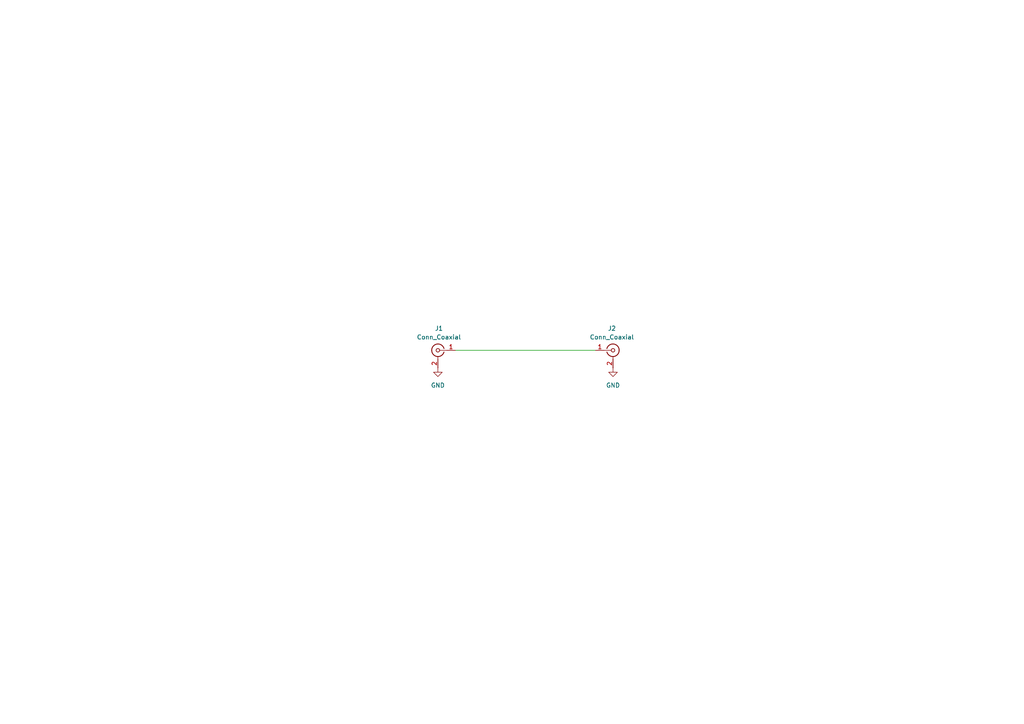
<source format=kicad_sch>
(kicad_sch (version 20231120) (generator "eeschema") (generator_version "8.0")
  (paper "A4")
  (lib_symbols
    (symbol "Connector:Conn_Coaxial" (pin_names (offset 1.016) hide)
      (property "Reference" "J" (at 0.254 3.048 0))
      (property "Value" "Conn_Coaxial" (at 2.921 0 90))
      (symbol "Conn_Coaxial_0_1"
        (arc (start -1.778 -0.508) (mid 0.2311 -1.8066) (end 1.778 0) (stroke (width 0.254)))
        (polyline (pts (xy -2.54 0) (xy -0.508 0)))
        (polyline (pts (xy 0 -2.54) (xy 0 -1.778)))
        (circle (center 0 0) (radius 0.508) (stroke (width 0.2032)))
        (arc (start 1.778 0) (mid 0.2099 1.8101) (end -1.778 0.508) (stroke (width 0.254)))
      )
      (symbol "Conn_Coaxial_1_1"
        (pin passive line (at -5.08 0 0) (length 2.54) (name "In") (number "1"))
        (pin passive line (at 0 -5.08 90) (length 2.54) (name "Ext") (number "2"))
      )
    )
    (symbol "power:GND" (power) (pin_numbers hide) (pin_names (offset 0) hide)
      (property "Value" "GND" (at 0 -3.81 0))
      (symbol "GND_0_1"
        (polyline (pts (xy 0 0) (xy 0 -1.27) (xy 1.27 -1.27) (xy 0 -2.54) (xy -1.27 -1.27) (xy 0 -1.27)))
      )
      (symbol "GND_1_1"
        (pin power_in line (at 0 0 270) (length 0) (name "~") (number "1"))
      )
    )
  )
  (wire (pts (xy 132.08 101.6) (xy 172.72 101.6)))
  (symbol (lib_id "power:GND") (at 177.8 106.68 0) (unit 1)
    (property "Reference" "#PWR01" (effects (hide yes)))
    (property "Value" "GND" (at 177.8 111.76 0))
    (property "Description" "Power symbol creates a global label with name \"GND\" , ground" (effects (hide yes)))
  )
  (symbol (lib_id "Connector:Conn_Coaxial") (at 127 101.6 0) (mirror y) (unit 1)
    (property "Reference" "J1" (at 127.3174 95.25 0))
    (property "Value" "Conn_Coaxial" (at 127.3174 97.79 0))
    (property "Footprint" "Connector_Coaxial:SMA_Amphenol_132289_EdgeMount" (effects (hide yes)))
    (property "Datasheet" " ~" (effects (hide yes)))
    (property "Description" "coaxial connector (BNC, SMA, SMB, SMC, Cinch/RCA, LEMO, ...)" (effects (hide yes)))
  )
  (symbol (lib_id "Connector:Conn_Coaxial") (at 177.8 101.6 0) (unit 1)
    (property "Reference" "J2" (at 177.4826 95.25 0))
    (property "Value" "Conn_Coaxial" (at 177.4826 97.79 0))
    (property "Footprint" "Connector_Coaxial:SMA_Amphenol_132289_EdgeMount" (effects (hide yes)))
    (property "Datasheet" " ~" (effects (hide yes)))
    (property "Description" "coaxial connector (BNC, SMA, SMB, SMC, Cinch/RCA, LEMO, ...)" (effects (hide yes)))
  )
  (symbol (lib_id "power:GND") (at 127 106.68 0) (unit 1)
    (property "Reference" "#PWR02" (effects (hide yes)))
    (property "Value" "GND" (at 127 111.76 0))
    (property "Description" "Power symbol creates a global label with name \"GND\" , ground" (effects (hide yes)))
  )
)
</source>
